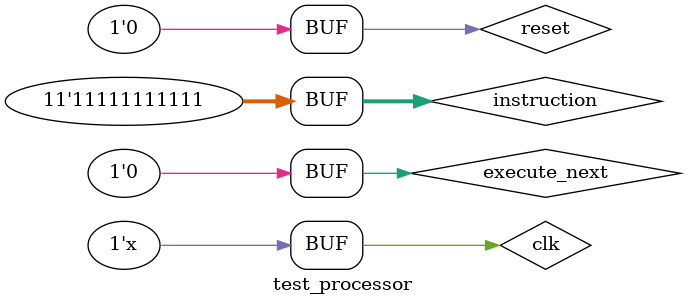
<source format=v>
`timescale 1ns / 1ps


module test_processor;

	// Inputs
	reg [10:0] instruction;
	reg clk;
	reg execute_next;

	// Outputs
	wire [7:0] output_result;
	wire signflag;
	reg  reset;
	wire overflowflag;
	wire [7:0] accummulator, R1;
	wire [2:0] regsiter_operand, opcode;

	// Instantiate the Unit Under Test (UUT)
	processor uut (
		.instruction(instruction), 
		.clk(clk), 
		.execute_next(execute_next), 
		.output_result(output_result), 
		.signflag(signflag), 
		.overflowflag(overflowflag),
		.reset(reset),
		.accummulator(accummulator),
		.R1(R1),
		.regsiter_operand(regsiter_operand),
		.opcode(opcode)
	);

	initial begin
		// Initialize Inputs
		clk = 0;
		reset=0;
		#10
		reset=1;
		#10
		clk = 1;
		#10
		clk=0;
		#10
		reset=0;
		
	end
	
	initial begin
	   execute_next = 0;
		#30
		instruction = 11'b00000000100;
		#10
		execute_next = 1;
		
		#30
		execute_next = 0;
		#30
		instruction = 11'b01000111111;
		#10
		execute_next = 1;
		
		#30
		execute_next = 0;
		#30
		instruction = 11'b00000000110;
		#10
		execute_next = 1;
		
		
		#30
		execute_next = 0;
		#30
		instruction = 11'b01001011111;
		#10
		execute_next = 1;
		
		
		#30
		execute_next = 0;
		#30
		instruction = 11'b00100111111;
		#10
		execute_next = 1;
		
		
		#30
		execute_next = 0;
		#30
		instruction = 11'b11001011111;
		#10
		execute_next = 1;
		
		
		#30
		execute_next = 0;
		#30
		instruction = 11'b11111111111;
		#10
		execute_next = 1;
		
		
		#30
		execute_next = 0;
	end

always #10 clk = ~clk;
      
endmodule

</source>
